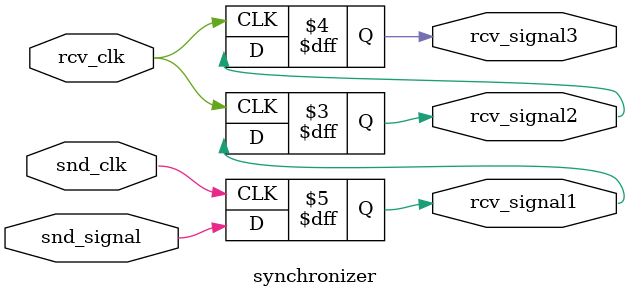
<source format=v>

module synchronizer( snd_clk, rcv_clk, snd_signal, rcv_signal1, rcv_signal2, rcv_signal3 );

input wire snd_clk;
input wire rcv_clk; 
input wire snd_signal;
output reg rcv_signal1;
output reg rcv_signal2;
output reg rcv_signal3;

always @( posedge snd_clk )
	rcv_signal1 <= #1 snd_signal;

always @( posedge rcv_clk )
begin
	rcv_signal2 <= #1 rcv_signal1;
	rcv_signal3 <= #1 rcv_signal2;
end

endmodule

</source>
